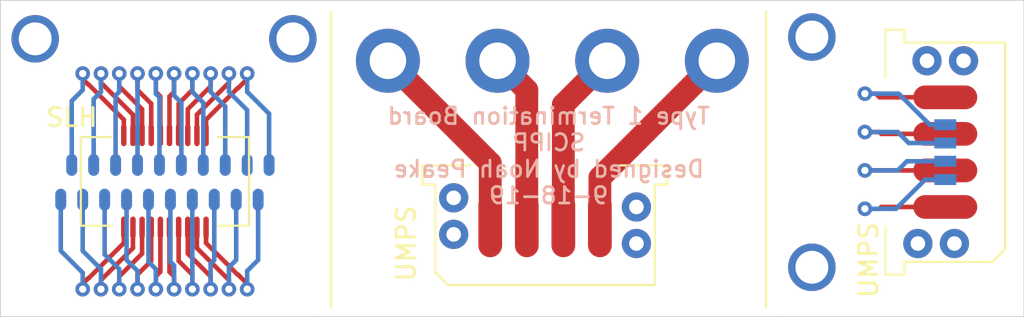
<source format=kicad_pcb>
(kicad_pcb (version 20171130) (host pcbnew "(5.1.2)-2")
  (layers (0 F.Cu signal) (31 B.Cu signal) (34 B.Paste user) (35 F.Paste user) (36 B.SilkS user) (37 F.SilkS user) (38 B.Mask user) (39 F.Mask user) (44 Edge.Cuts user))
  (net 0 "")
  (module SCIPP_Connectors:PEEK_screw (layer F.Cu) (at 145.3 86.4 90)
    (fp_text reference REF**)
    (fp_text value PEEK_screw)
    (pad 1 thru_hole circle (at 0 0 90) (size 2.6 2.6) (drill 1.8) (layers *.Cu *.Mask))
  )
  (module SCIPP_Connectors:PEEK_screw (layer F.Cu) (at 145.3 99 90)
    (fp_text reference REF**)
    (fp_text value PEEK_screw)
    (pad 1 thru_hole circle (at 0 0 90) (size 2.6 2.6) (drill 1.8) (layers *.Cu *.Mask))
  )
  (module SCIPP_Connectors:PEEK_screw (layer F.Cu) (at 116.9 86.5)
    (fp_text reference REF**)
    (fp_text value PEEK_screw)
    (pad 1 thru_hole circle (at 0 0) (size 2.6 2.6) (drill 1.8) (layers *.Cu *.Mask))
  )
  (module SCIPP_Connectors:PEEK_screw (layer F.Cu) (at 102.8 86.5)
    (fp_text reference REF**)
    (fp_text value PEEK_screw)
    (pad 1 thru_hole circle (at 0 0) (size 2.6 2.6) (drill 1.8) (layers *.Cu *.Mask))
  )
  (module SCIPP_Connectors:Pad_Array_2 (layer B.Cu) (at 110.2 93.4)
    (fp_text reference REF**)
    (fp_text value Pad_Array_2)
    (pad 10 smd oval (at 5.4 0 270) (size 1.2 0.6) (layers B.Cu B.Paste B.Mask))
    (pad 9 smd oval (at 4.2 0 270) (size 1.2 0.6) (layers B.Cu B.Paste B.Mask))
    (pad 8 smd oval (at 3 0 270) (size 1.2 0.6) (layers B.Cu B.Paste B.Mask))
    (pad 7 smd oval (at 1.8 0 270) (size 1.2 0.6) (layers B.Cu B.Paste B.Mask))
    (pad 6 smd oval (at 0.6 0 270) (size 1.2 0.6) (layers B.Cu B.Paste B.Mask))
    (pad 5 smd oval (at -0.6 0 270) (size 1.2 0.6) (layers B.Cu B.Paste B.Mask))
    (pad 4 smd oval (at -1.8 0 270) (size 1.2 0.6) (layers B.Cu B.Paste B.Mask))
    (pad 3 smd oval (at -3 0 270) (size 1.2 0.6) (layers B.Cu B.Paste B.Mask))
    (pad 2 smd oval (at -4.2 0 270) (size 1.2 0.6) (layers B.Cu B.Paste B.Mask))
    (pad 1 smd oval (at -5.4 0 270) (size 1.2 0.6) (layers B.Cu B.Paste B.Mask))
  )
  (module SCIPP_Connectors:Pad_Array_2 (layer B.Cu) (at 109.6 95.3)
    (fp_text reference REF**)
    (fp_text value Pad_Array_2)
    (pad 10 smd oval (at 5.4 0 270) (size 1.2 0.6) (layers B.Cu B.Paste B.Mask))
    (pad 9 smd oval (at 4.2 0 270) (size 1.2 0.6) (layers B.Cu B.Paste B.Mask))
    (pad 8 smd oval (at 3 0 270) (size 1.2 0.6) (layers B.Cu B.Paste B.Mask))
    (pad 7 smd oval (at 1.8 0 270) (size 1.2 0.6) (layers B.Cu B.Paste B.Mask))
    (pad 6 smd oval (at 0.6 0 270) (size 1.2 0.6) (layers B.Cu B.Paste B.Mask))
    (pad 5 smd oval (at -0.6 0 270) (size 1.2 0.6) (layers B.Cu B.Paste B.Mask))
    (pad 4 smd oval (at -1.8 0 270) (size 1.2 0.6) (layers B.Cu B.Paste B.Mask))
    (pad 3 smd oval (at -3 0 270) (size 1.2 0.6) (layers B.Cu B.Paste B.Mask))
    (pad 2 smd oval (at -4.2 0 270) (size 1.2 0.6) (layers B.Cu B.Paste B.Mask))
    (pad 1 smd oval (at -5.4 0 270) (size 1.2 0.6) (layers B.Cu B.Paste B.Mask))
  )
  (module SCIPP_Connectors:SLH (layer F.Cu) (at 109.9 94.3)
    (fp_text reference REF**)
    (fp_text value SLH (at -5.1 -3.5) (layer F.SilkS))
    (fp_line (start 4.6 -2.425) (end 4.6 2.4) (layer F.SilkS) (width 0.12))
    (fp_line (start 2.9 -2.425) (end 4.6 -2.425) (layer F.SilkS) (width 0.12))
    (fp_line (start 4.6 2.4) (end 4.6 2.425) (layer F.SilkS) (width 0.12))
    (fp_line (start 4.6 2.425) (end 2.9 2.425) (layer F.SilkS) (width 0.12))
    (fp_line (start -4.6 -2.425) (end -2.9 -2.425) (layer F.SilkS) (width 0.12))
    (fp_line (start -4.6 -2.4) (end -4.6 -2.425) (layer F.SilkS) (width 0.12))
    (fp_line (start -4.6 2.425) (end -4.6 -2.4) (layer F.SilkS) (width 0.12))
    (fp_line (start -2.9 2.425) (end -4.6 2.425) (layer F.SilkS) (width 0.12))
    (pad 20 smd oval (at 2.25 2.525) (size 0.3 1.2) (layers F.Cu F.Paste F.Mask))
    (pad 19 smd oval (at 1.75 2.525) (size 0.3 1.2) (layers F.Cu F.Paste F.Mask))
    (pad 18 smd oval (at 1.25 2.525) (size 0.3 1.2) (layers F.Cu F.Paste F.Mask))
    (pad 17 smd oval (at 0.75 2.525) (size 0.3 1.2) (layers F.Cu F.Paste F.Mask))
    (pad 16 smd oval (at 0.25 2.525) (size 0.3 1.2) (layers F.Cu F.Paste F.Mask))
    (pad 15 smd oval (at -0.25 2.525) (size 0.3 1.2) (layers F.Cu F.Paste F.Mask))
    (pad 14 smd oval (at -0.75 2.525) (size 0.3 1.2) (layers F.Cu F.Paste F.Mask))
    (pad 13 smd oval (at -1.25 2.525) (size 0.3 1.2) (layers F.Cu F.Paste F.Mask))
    (pad 12 smd oval (at -1.75 2.525) (size 0.3 1.2) (layers F.Cu F.Paste F.Mask))
    (pad 11 smd oval (at -2.25 2.525) (size 0.3 1.2) (layers F.Cu F.Paste F.Mask))
    (pad 10 smd oval (at 2.25 -2.525) (size 0.3 1.2) (layers F.Cu F.Paste F.Mask))
    (pad 9 smd oval (at 1.75 -2.525) (size 0.3 1.2) (layers F.Cu F.Paste F.Mask))
    (pad 8 smd oval (at 1.25 -2.525) (size 0.3 1.2) (layers F.Cu F.Paste F.Mask))
    (pad 7 smd oval (at 0.75 -2.525) (size 0.3 1.2) (layers F.Cu F.Paste F.Mask))
    (pad 6 smd oval (at 0.25 -2.525) (size 0.3 1.2) (layers F.Cu F.Paste F.Mask))
    (pad 5 smd oval (at -0.25 -2.525) (size 0.3 1.2) (layers F.Cu F.Paste F.Mask))
    (pad 4 smd oval (at -0.75 -2.525) (size 0.3 1.2) (layers F.Cu F.Paste F.Mask))
    (pad 3 smd oval (at -1.25 -2.525) (size 0.3 1.2) (layers F.Cu F.Paste F.Mask))
    (pad 2 smd oval (at -1.75 -2.525) (size 0.3 1.2) (layers F.Cu F.Paste F.Mask))
    (pad 1 smd oval (at -2.25 -2.525) (size 0.3 1.2) (layers F.Cu F.Paste F.Mask))
  )
  (module SCIPP_Connectors:Pad_Array_3 (layer B.Cu) (at 152.6 92.7 90)
    (fp_text reference REF**)
    (fp_text value Pad_Array_3)
    (pad 4 smd rect (at 1.5 0) (size 1.2 0.6) (layers B.Cu B.Paste B.Mask))
    (pad 3 smd rect (at 0.5 0) (size 1.2 0.6) (layers B.Cu B.Paste B.Mask))
    (pad 2 smd rect (at -0.5 0) (size 1.2 0.6) (layers B.Cu B.Paste B.Mask))
    (pad 1 smd rect (at -1.5 0) (size 1.2 0.6) (layers B.Cu B.Paste B.Mask))
  )
  (module SCIPP_Connectors:UMPS (layer F.Cu) (at 152.6 92.7 90)
    (fp_text reference REF**)
    (fp_text value UMPS (at -5.9 -4.2 90) (layer F.SilkS))
    (fp_line (start -6 -1.65) (end -6 2.575) (layer F.SilkS) (width 0.12))
    (fp_line (start -6 2.575) (end -5.3 3.275) (layer F.SilkS) (width 0.12))
    (fp_line (start -5.3 3.275) (end -4.275 3.275) (layer F.SilkS) (width 0.12))
    (fp_line (start -6 -1.65) (end -6 -2.225) (layer F.SilkS) (width 0.12))
    (fp_line (start -6 -2.225) (end -6.7 -2.225) (layer F.SilkS) (width 0.12))
    (fp_line (start -6.7 -2.225) (end -6.7 -3.275) (layer F.SilkS) (width 0.12))
    (fp_line (start 6.675 -3.275) (end 6.7 -3.275) (layer F.SilkS) (width 0.12))
    (fp_line (start 6.7 -3.275) (end 6.7 -2.25) (layer F.SilkS) (width 0.12))
    (fp_line (start 6.7 -2.25) (end 6.7 -2.225) (layer F.SilkS) (width 0.12))
    (fp_line (start 6.7 -2.225) (end 6.025 -2.225) (layer F.SilkS) (width 0.12))
    (fp_line (start 6.025 -2.225) (end 6 -2.225) (layer F.SilkS) (width 0.12))
    (fp_line (start 6 -2.225) (end 6 3.25) (layer F.SilkS) (width 0.12))
    (fp_line (start 6 3.25) (end 6 3.275) (layer F.SilkS) (width 0.12))
    (fp_line (start 6 3.275) (end -4.275 3.275) (layer F.SilkS) (width 0.12))
    (fp_line (start -6.7 -3.275) (end -4.075 -3.275) (layer F.SilkS) (width 0.12))
    (fp_line (start 6.675 -3.275) (end 4.075 -3.275) (layer F.SilkS) (width 0.12))
    (pad 1 smd oval (at -3 0 90) (size 1.3 3.5) (layers F.Cu F.Paste F.Mask))
    (pad 2 smd oval (at -1 0 90) (size 1.3 3.5) (layers F.Cu F.Paste F.Mask))
    (pad 3 smd oval (at 1 0 90) (size 1.3 3.5) (layers F.Cu F.Paste F.Mask))
    (pad 4 smd oval (at 3 0 90) (size 1.3 3.5) (layers F.Cu F.Paste F.Mask))
    (pad 7 thru_hole circle (at 5 -1 90) (size 1.6 1.6) (drill 0.8) (layers *.Cu *.Mask))
    (pad 8 thru_hole circle (at 5 1 90) (size 1.6 1.6) (drill 0.8) (layers *.Cu *.Mask))
    (pad 6 thru_hole circle (at -5 0.5 90) (size 1.6 1.6) (drill 0.8) (layers *.Cu *.Mask))
    (pad 5 thru_hole circle (at -5 -1.5 90) (size 1.6 1.6) (drill 0.8) (layers *.Cu *.Mask))
  )
  (module SCIPP_Connectors:UMPS (layer F.Cu) (at 130.7 96.7)
    (fp_text reference REF**)
    (fp_text value UMPS (at -7.6 1 90) (layer F.SilkS))
    (fp_line (start -6 -1.65) (end -6 2.575) (layer F.SilkS) (width 0.12))
    (fp_line (start -6 2.575) (end -5.3 3.275) (layer F.SilkS) (width 0.12))
    (fp_line (start -5.3 3.275) (end -4.275 3.275) (layer F.SilkS) (width 0.12))
    (fp_line (start -6 -1.65) (end -6 -2.225) (layer F.SilkS) (width 0.12))
    (fp_line (start -6 -2.225) (end -6.7 -2.225) (layer F.SilkS) (width 0.12))
    (fp_line (start -6.7 -2.225) (end -6.7 -3.275) (layer F.SilkS) (width 0.12))
    (fp_line (start 6.675 -3.275) (end 6.7 -3.275) (layer F.SilkS) (width 0.12))
    (fp_line (start 6.7 -3.275) (end 6.7 -2.25) (layer F.SilkS) (width 0.12))
    (fp_line (start 6.7 -2.25) (end 6.7 -2.225) (layer F.SilkS) (width 0.12))
    (fp_line (start 6.7 -2.225) (end 6.025 -2.225) (layer F.SilkS) (width 0.12))
    (fp_line (start 6.025 -2.225) (end 6 -2.225) (layer F.SilkS) (width 0.12))
    (fp_line (start 6 -2.225) (end 6 3.25) (layer F.SilkS) (width 0.12))
    (fp_line (start 6 3.25) (end 6 3.275) (layer F.SilkS) (width 0.12))
    (fp_line (start 6 3.275) (end -4.275 3.275) (layer F.SilkS) (width 0.12))
    (fp_line (start -6.7 -3.275) (end -4.075 -3.275) (layer F.SilkS) (width 0.12))
    (fp_line (start 6.675 -3.275) (end 4.075 -3.275) (layer F.SilkS) (width 0.12))
    (pad 1 smd oval (at -3 0) (size 1.3 3.5) (layers F.Cu F.Paste F.Mask))
    (pad 2 smd oval (at -1 0) (size 1.3 3.5) (layers F.Cu F.Paste F.Mask))
    (pad 3 smd oval (at 1 0) (size 1.3 3.5) (layers F.Cu F.Paste F.Mask))
    (pad 4 smd oval (at 3 0) (size 1.3 3.5) (layers F.Cu F.Paste F.Mask))
    (pad 7 thru_hole circle (at 5 -1) (size 1.6 1.6) (drill 0.8) (layers *.Cu *.Mask))
    (pad 8 thru_hole circle (at 5 1) (size 1.6 1.6) (drill 0.8) (layers *.Cu *.Mask))
    (pad 6 thru_hole circle (at -5 0.5) (size 1.6 1.6) (drill 0.8) (layers *.Cu *.Mask))
    (pad 5 thru_hole circle (at -5 -1.5) (size 1.6 1.6) (drill 0.8) (layers *.Cu *.Mask))
  )
  (module SCIPP_Connectors:14AWG_THT (layer F.Cu) (at 128.1 87.7)
    (fp_text reference REF**)
    (fp_text value 14AWG_THT)
    (pad 1 thru_hole circle (at 0 0) (size 3.5 3.5) (drill 2) (layers *.Cu *.Mask))
  )
  (module SCIPP_Connectors:14AWG_THT (layer F.Cu) (at 140.1 87.7)
    (fp_text reference REF**)
    (fp_text value 14AWG_THT)
    (pad 1 thru_hole circle (at 0 0) (size 3.5 3.5) (drill 2) (layers *.Cu *.Mask))
  )
  (module SCIPP_Connectors:14AWG_THT (layer F.Cu) (at 134.1 87.7)
    (fp_text reference REF**)
    (fp_text value 14AWG_THT)
    (pad 1 thru_hole circle (at 0 0) (size 3.5 3.5) (drill 2) (layers *.Cu *.Mask))
  )
  (module SCIPP_Connectors:14AWG_THT (layer F.Cu) (at 122.1 87.7)
    (fp_text reference REF**)
    (fp_text value 14AWG_THT)
    (pad 1 thru_hole circle (at 0 0) (size 3.5 3.5) (drill 2) (layers *.Cu *.Mask))
  )
  (gr_text "Type 1 Termination Board\nSCIPP\nDesigned by Noah Peake\n9-18-19" (at 130.9 92.9) (layer B.SilkS) (effects (font (size 0.9 0.9)) (justify mirror)))
  (gr_line (start 142.8 85) (end 142.8 101.2) (layer F.SilkS) (width 0.12))
  (gr_line (start 119 85) (end 119 101.2) (layer F.SilkS) (width 0.12))
  (gr_line (start 156.9 84.4) (end 156.9 101.7) (layer Edge.Cuts) (width 0.05))
  (gr_line (start 156.9 101.7) (end 143.4 101.7) (layer Edge.Cuts) (width 0.05))
  (gr_line (start 143.4 84.4) (end 156.9 84.4) (layer Edge.Cuts) (width 0.05))
  (gr_line (start 143.4 101.7) (end 118.3 101.7) (layer Edge.Cuts) (width 0.05))
  (gr_line (start 118.3 84.4) (end 143.4 84.4) (layer Edge.Cuts) (width 0.05))
  (gr_line (start 118.3 101.7) (end 100.9 101.7) (layer Edge.Cuts) (width 0.05))
  (gr_line (start 100.9 84.4) (end 118.3 84.4) (layer Edge.Cuts) (width 0.05))
  (gr_line (start 100.9 101.7) (end 100.9 84.4) (layer Edge.Cuts) (width 0.05))
  (segment (start 127.7 93.3) (end 122.1 87.7) (width 1.25) (layer F.Cu) (net 0))
  (segment (start 127.7 96.7) (end 127.7 93.3) (width 1.25) (layer F.Cu) (net 0))
  (segment (start 129.7 89.3) (end 128.1 87.7) (width 1.25) (layer F.Cu) (net 0))
  (segment (start 129.7 96.7) (end 129.7 89.3) (width 1.25) (layer F.Cu) (net 0))
  (segment (start 131.7 90.1) (end 134.1 87.7) (width 1.25) (layer F.Cu) (net 0))
  (segment (start 131.7 96.7) (end 131.7 90.1) (width 1.25) (layer F.Cu) (net 0))
  (segment (start 133.7 94.1) (end 140.1 87.7) (width 1.25) (layer F.Cu) (net 0))
  (segment (start 133.7 96.7) (end 133.7 94.1) (width 1.25) (layer F.Cu) (net 0))
  (via (at 148.2 95.8) (size 0.8) (drill 0.4) (layers F.Cu B.Cu) (net 0))
  (via (at 148.2 93.7) (size 0.8) (drill 0.4) (layers F.Cu B.Cu) (net 0))
  (via (at 148.2 91.6) (size 0.8) (drill 0.4) (layers F.Cu B.Cu) (net 0))
  (via (at 148.2 89.5) (size 0.8) (drill 0.4) (layers F.Cu B.Cu) (net 0))
  (segment (start 152.6 94.2) (end 151.5 94.2) (width 0.25) (layer B.Cu) (net 0))
  (segment (start 149.9 95.8) (end 148.2 95.8) (width 0.25) (layer B.Cu) (net 0))
  (segment (start 151.5 94.2) (end 149.9 95.8) (width 0.25) (layer B.Cu) (net 0))
  (segment (start 152.6 93.2) (end 150.5 93.2) (width 0.25) (layer B.Cu) (net 0))
  (segment (start 150 93.7) (end 148.2 93.7) (width 0.25) (layer B.Cu) (net 0))
  (segment (start 150.5 93.2) (end 150 93.7) (width 0.25) (layer B.Cu) (net 0))
  (segment (start 152.6 92.2) (end 150.6 92.2) (width 0.25) (layer B.Cu) (net 0))
  (segment (start 150 91.6) (end 148.2 91.6) (width 0.25) (layer B.Cu) (net 0))
  (segment (start 150.6 92.2) (end 150 91.6) (width 0.25) (layer B.Cu) (net 0))
  (segment (start 151.75 91.2) (end 150.05 89.5) (width 0.25) (layer B.Cu) (net 0))
  (segment (start 152.6 91.2) (end 151.75 91.2) (width 0.25) (layer B.Cu) (net 0))
  (segment (start 150.05 89.5) (end 148.2 89.5) (width 0.25) (layer B.Cu) (net 0))
  (segment (start 152.6 95.7) (end 149.1 95.7) (width 0.25) (layer F.Cu) (net 0))
  (segment (start 149 95.8) (end 148.2 95.8) (width 0.25) (layer F.Cu) (net 0))
  (segment (start 149.1 95.7) (end 149 95.8) (width 0.25) (layer F.Cu) (net 0))
  (segment (start 150.6 93.7) (end 148.2 93.7) (width 0.25) (layer F.Cu) (net 0))
  (segment (start 152.6 93.7) (end 150.6 93.7) (width 0.25) (layer F.Cu) (net 0))
  (segment (start 152.6 91.7) (end 149.1 91.7) (width 0.25) (layer F.Cu) (net 0))
  (segment (start 149 91.6) (end 148.2 91.6) (width 0.25) (layer F.Cu) (net 0))
  (segment (start 149.1 91.7) (end 149 91.6) (width 0.25) (layer F.Cu) (net 0))
  (segment (start 152.6 89.7) (end 149 89.7) (width 0.25) (layer F.Cu) (net 0))
  (segment (start 148.8 89.5) (end 148.2 89.5) (width 0.25) (layer F.Cu) (net 0))
  (segment (start 149 89.7) (end 148.8 89.5) (width 0.25) (layer F.Cu) (net 0))
  (via (at 109.4 88.4) (size 0.8) (drill 0.4) (layers F.Cu B.Cu) (net 0))
  (via (at 110.4 88.4) (size 0.8) (drill 0.4) (layers F.Cu B.Cu) (net 0))
  (via (at 107.4 88.4) (size 0.8) (drill 0.4) (layers F.Cu B.Cu) (net 0))
  (via (at 108.4 88.4) (size 0.8) (drill 0.4) (layers F.Cu B.Cu) (net 0))
  (via (at 111.4 88.4) (size 0.8) (drill 0.4) (layers F.Cu B.Cu) (net 0))
  (via (at 112.4 88.4) (size 0.8) (drill 0.4) (layers F.Cu B.Cu) (net 0))
  (via (at 105.4 88.4) (size 0.8) (drill 0.4) (layers F.Cu B.Cu) (net 0))
  (via (at 106.4 88.4) (size 0.8) (drill 0.4) (layers F.Cu B.Cu) (net 0))
  (via (at 113.4 88.4) (size 0.8) (drill 0.4) (layers F.Cu B.Cu) (net 0))
  (via (at 114.4 88.4) (size 0.8) (drill 0.4) (layers F.Cu B.Cu) (net 0))
  (via (at 113.4 100.2) (size 0.8) (drill 0.4) (layers F.Cu B.Cu) (net 0))
  (via (at 114.4 100.2) (size 0.8) (drill 0.4) (layers F.Cu B.Cu) (net 0))
  (via (at 107.4 100.2) (size 0.8) (drill 0.4) (layers F.Cu B.Cu) (net 0))
  (via (at 108.4 100.2) (size 0.8) (drill 0.4) (layers F.Cu B.Cu) (net 0))
  (via (at 109.4 100.2) (size 0.8) (drill 0.4) (layers F.Cu B.Cu) (net 0))
  (via (at 105.4 100.2) (size 0.8) (drill 0.4) (layers F.Cu B.Cu) (net 0))
  (via (at 111.4 100.2) (size 0.8) (drill 0.4) (layers F.Cu B.Cu) (net 0))
  (via (at 112.4 100.2) (size 0.8) (drill 0.4) (layers F.Cu B.Cu) (net 0))
  (via (at 110.4 100.2) (size 0.8) (drill 0.4) (layers F.Cu B.Cu) (net 0))
  (via (at 106.4 100.2) (size 0.8) (drill 0.4) (layers F.Cu B.Cu) (net 0))
  (segment (start 105.4 88.7) (end 105.4 88.4) (width 0.25) (layer F.Cu) (net 0))
  (segment (start 105.7 89) (end 105.4 88.7) (width 0.25) (layer F.Cu) (net 0))
  (segment (start 105.725 89) (end 105.7 89) (width 0.25) (layer F.Cu) (net 0))
  (segment (start 107.65 91.775) (end 107.65 90.925) (width 0.25) (layer F.Cu) (net 0))
  (segment (start 107.65 90.925) (end 105.725 89) (width 0.25) (layer F.Cu) (net 0))
  (segment (start 108.15 91.775) (end 108.15 90.65) (width 0.25) (layer F.Cu) (net 0))
  (segment (start 108.15 90.65) (end 106.5 89) (width 0.25) (layer F.Cu) (net 0))
  (segment (start 106.434315 89) (end 106.4 88.965685) (width 0.25) (layer F.Cu) (net 0))
  (segment (start 106.5 89) (end 106.434315 89) (width 0.25) (layer F.Cu) (net 0))
  (segment (start 106.4 88.965685) (end 106.4 88.4) (width 0.25) (layer F.Cu) (net 0))
  (segment (start 108.65 91.775) (end 108.65 90.35) (width 0.25) (layer F.Cu) (net 0))
  (segment (start 108.65 90.35) (end 107.4 89.1) (width 0.25) (layer F.Cu) (net 0))
  (segment (start 107.4 89.1) (end 107.4 88.4) (width 0.25) (layer F.Cu) (net 0))
  (segment (start 109.15 91.775) (end 109.15 90.05) (width 0.25) (layer F.Cu) (net 0))
  (segment (start 108.4 89.3) (end 108.4 88.4) (width 0.25) (layer F.Cu) (net 0))
  (segment (start 109.15 90.05) (end 108.4 89.3) (width 0.25) (layer F.Cu) (net 0))
  (segment (start 109.65 91.775) (end 109.65 89.65) (width 0.25) (layer F.Cu) (net 0))
  (segment (start 109.4 89.4) (end 109.4 88.4) (width 0.25) (layer F.Cu) (net 0))
  (segment (start 109.65 89.65) (end 109.4 89.4) (width 0.25) (layer F.Cu) (net 0))
  (segment (start 110.15 91.775) (end 110.15 89.65) (width 0.25) (layer F.Cu) (net 0))
  (segment (start 110.4 89.4) (end 110.4 88.4) (width 0.25) (layer F.Cu) (net 0))
  (segment (start 110.15 89.65) (end 110.4 89.4) (width 0.25) (layer F.Cu) (net 0))
  (segment (start 110.65 91.775) (end 110.65 90.05) (width 0.25) (layer F.Cu) (net 0))
  (segment (start 111.4 89.3) (end 111.4 88.4) (width 0.25) (layer F.Cu) (net 0))
  (segment (start 110.65 90.05) (end 111.4 89.3) (width 0.25) (layer F.Cu) (net 0))
  (segment (start 111.15 91.775) (end 111.15 90.35) (width 0.25) (layer F.Cu) (net 0))
  (segment (start 112.4 89.1) (end 112.4 88.4) (width 0.25) (layer F.Cu) (net 0))
  (segment (start 111.15 90.35) (end 112.4 89.1) (width 0.25) (layer F.Cu) (net 0))
  (segment (start 111.65 91.775) (end 111.65 90.65) (width 0.25) (layer F.Cu) (net 0))
  (segment (start 111.65 90.65) (end 113.4 88.9) (width 0.25) (layer F.Cu) (net 0))
  (segment (start 113.4 88.9) (end 113.4 88.4) (width 0.25) (layer F.Cu) (net 0))
  (segment (start 114.4 88.7) (end 114.4 88.4) (width 0.25) (layer F.Cu) (net 0))
  (segment (start 113.9 89.2) (end 114.4 88.7) (width 0.25) (layer F.Cu) (net 0))
  (segment (start 113.875 89.2) (end 113.9 89.2) (width 0.25) (layer F.Cu) (net 0))
  (segment (start 112.15 91.775) (end 112.15 90.925) (width 0.25) (layer F.Cu) (net 0))
  (segment (start 112.15 90.925) (end 113.875 89.2) (width 0.25) (layer F.Cu) (net 0))
  (segment (start 105.4 99.9) (end 105.4 100.2) (width 0.25) (layer F.Cu) (net 0))
  (segment (start 105.7 99.6) (end 105.4 99.9) (width 0.25) (layer F.Cu) (net 0))
  (segment (start 105.725 99.6) (end 105.7 99.6) (width 0.25) (layer F.Cu) (net 0))
  (segment (start 107.65 96.825) (end 107.65 97.675) (width 0.25) (layer F.Cu) (net 0))
  (segment (start 107.65 97.675) (end 105.725 99.6) (width 0.25) (layer F.Cu) (net 0))
  (segment (start 108.15 96.825) (end 108.15 97.95) (width 0.25) (layer F.Cu) (net 0))
  (segment (start 108.15 97.95) (end 106.4 99.7) (width 0.25) (layer F.Cu) (net 0))
  (segment (start 106.4 99.7) (end 106.4 100.2) (width 0.25) (layer F.Cu) (net 0))
  (segment (start 108.65 96.825) (end 108.65 98.25) (width 0.25) (layer F.Cu) (net 0))
  (segment (start 108.65 98.25) (end 107.4 99.5) (width 0.25) (layer F.Cu) (net 0))
  (segment (start 107.4 99.5) (end 107.4 100.2) (width 0.25) (layer F.Cu) (net 0))
  (segment (start 109.15 96.825) (end 109.15 98.65) (width 0.25) (layer F.Cu) (net 0))
  (segment (start 109.15 98.65) (end 108.4 99.4) (width 0.25) (layer F.Cu) (net 0))
  (segment (start 108.4 99.4) (end 108.4 100.2) (width 0.25) (layer F.Cu) (net 0))
  (segment (start 109.65 96.825) (end 109.65 99.25) (width 0.25) (layer F.Cu) (net 0))
  (segment (start 109.4 99.5) (end 109.4 100.2) (width 0.25) (layer F.Cu) (net 0))
  (segment (start 109.65 99.25) (end 109.4 99.5) (width 0.25) (layer F.Cu) (net 0))
  (segment (start 110.15 96.825) (end 110.15 99.25) (width 0.25) (layer F.Cu) (net 0))
  (segment (start 110.4 99.5) (end 110.4 100.2) (width 0.25) (layer F.Cu) (net 0))
  (segment (start 110.15 99.25) (end 110.4 99.5) (width 0.25) (layer F.Cu) (net 0))
  (segment (start 110.65 96.825) (end 110.65 98.65) (width 0.25) (layer F.Cu) (net 0))
  (segment (start 111.4 99.4) (end 111.4 100.2) (width 0.25) (layer F.Cu) (net 0))
  (segment (start 110.65 98.65) (end 111.4 99.4) (width 0.25) (layer F.Cu) (net 0))
  (segment (start 111.15 96.825) (end 111.15 98.25) (width 0.25) (layer F.Cu) (net 0))
  (segment (start 112.4 99.5) (end 112.4 100.2) (width 0.25) (layer F.Cu) (net 0))
  (segment (start 111.15 98.25) (end 112.4 99.5) (width 0.25) (layer F.Cu) (net 0))
  (segment (start 111.65 96.825) (end 111.65 97.95) (width 0.25) (layer F.Cu) (net 0))
  (segment (start 111.65 97.95) (end 113.4 99.7) (width 0.25) (layer F.Cu) (net 0))
  (segment (start 113.4 99.7) (end 113.4 100.2) (width 0.25) (layer F.Cu) (net 0))
  (segment (start 114.4 99.9) (end 114.4 100.2) (width 0.25) (layer F.Cu) (net 0))
  (segment (start 113.9 99.4) (end 114.4 99.9) (width 0.25) (layer F.Cu) (net 0))
  (segment (start 113.875 99.4) (end 113.9 99.4) (width 0.25) (layer F.Cu) (net 0))
  (segment (start 112.15 96.825) (end 112.15 97.675) (width 0.25) (layer F.Cu) (net 0))
  (segment (start 112.15 97.675) (end 113.875 99.4) (width 0.25) (layer F.Cu) (net 0))
  (segment (start 109.6 93.4) (end 109.6 89.7) (width 0.25) (layer B.Cu) (net 0))
  (segment (start 109.4 89.5) (end 109.4 88.4) (width 0.25) (layer B.Cu) (net 0))
  (segment (start 109.6 89.7) (end 109.4 89.5) (width 0.25) (layer B.Cu) (net 0))
  (segment (start 110.8 93.4) (end 110.8 90) (width 0.25) (layer B.Cu) (net 0))
  (segment (start 110.4 89.6) (end 110.4 88.4) (width 0.25) (layer B.Cu) (net 0))
  (segment (start 110.8 90) (end 110.4 89.6) (width 0.25) (layer B.Cu) (net 0))
  (segment (start 112 93.4) (end 112 90) (width 0.25) (layer B.Cu) (net 0))
  (segment (start 111.4 89.4) (end 111.4 88.4) (width 0.25) (layer B.Cu) (net 0))
  (segment (start 112 90) (end 111.4 89.4) (width 0.25) (layer B.Cu) (net 0))
  (segment (start 113.2 93.4) (end 113.2 90.2) (width 0.25) (layer B.Cu) (net 0))
  (segment (start 112.4 89.4) (end 112.4 88.4) (width 0.25) (layer B.Cu) (net 0))
  (segment (start 113.2 90.2) (end 112.4 89.4) (width 0.25) (layer B.Cu) (net 0))
  (segment (start 114.4 93.4) (end 114.4 90.4) (width 0.25) (layer B.Cu) (net 0))
  (segment (start 113.4 89.4) (end 113.4 88.4) (width 0.25) (layer B.Cu) (net 0))
  (segment (start 114.4 90.4) (end 113.4 89.4) (width 0.25) (layer B.Cu) (net 0))
  (segment (start 114.4 89.4) (end 114.4 88.4) (width 0.25) (layer B.Cu) (net 0))
  (segment (start 115.6 93.4) (end 115.6 90.6) (width 0.25) (layer B.Cu) (net 0))
  (segment (start 115.6 90.6) (end 114.4 89.4) (width 0.25) (layer B.Cu) (net 0))
  (segment (start 108.4 93.4) (end 108.4 88.4) (width 0.25) (layer B.Cu) (net 0))
  (segment (start 107.2 93.4) (end 107.2 89.6) (width 0.25) (layer B.Cu) (net 0))
  (segment (start 107.4 89.4) (end 107.4 88.4) (width 0.25) (layer B.Cu) (net 0))
  (segment (start 107.2 89.6) (end 107.4 89.4) (width 0.25) (layer B.Cu) (net 0))
  (segment (start 106 93.4) (end 106 89.8) (width 0.25) (layer B.Cu) (net 0))
  (segment (start 106.4 89.4) (end 106.4 88.4) (width 0.25) (layer B.Cu) (net 0))
  (segment (start 106 89.8) (end 106.4 89.4) (width 0.25) (layer B.Cu) (net 0))
  (segment (start 104.8 93.4) (end 104.8 89.9) (width 0.25) (layer B.Cu) (net 0))
  (segment (start 105.4 89.3) (end 105.4 88.4) (width 0.25) (layer B.Cu) (net 0))
  (segment (start 104.8 89.9) (end 105.4 89.3) (width 0.25) (layer B.Cu) (net 0))
  (segment (start 109 95.3) (end 109 98.7) (width 0.25) (layer B.Cu) (net 0))
  (segment (start 109.4 99.1) (end 109.4 100.2) (width 0.25) (layer B.Cu) (net 0))
  (segment (start 109 98.7) (end 109.4 99.1) (width 0.25) (layer B.Cu) (net 0))
  (segment (start 110.2 95.3) (end 110.2 98.7) (width 0.25) (layer B.Cu) (net 0))
  (segment (start 110.4 98.9) (end 110.4 100.2) (width 0.25) (layer B.Cu) (net 0))
  (segment (start 110.2 98.7) (end 110.4 98.9) (width 0.25) (layer B.Cu) (net 0))
  (segment (start 111.4 95.3) (end 111.4 100.2) (width 0.25) (layer B.Cu) (net 0))
  (segment (start 112.6 95.3) (end 112.6 98.6) (width 0.25) (layer B.Cu) (net 0))
  (segment (start 112.4 98.8) (end 112.4 100.2) (width 0.25) (layer B.Cu) (net 0))
  (segment (start 112.6 98.6) (end 112.4 98.8) (width 0.25) (layer B.Cu) (net 0))
  (segment (start 113.8 95.3) (end 113.8 98.6) (width 0.25) (layer B.Cu) (net 0))
  (segment (start 113.4 99) (end 113.4 100.2) (width 0.25) (layer B.Cu) (net 0))
  (segment (start 113.8 98.6) (end 113.4 99) (width 0.25) (layer B.Cu) (net 0))
  (segment (start 115 95.3) (end 115 98.6) (width 0.25) (layer B.Cu) (net 0))
  (segment (start 114.4 99.2) (end 114.4 100.2) (width 0.25) (layer B.Cu) (net 0))
  (segment (start 115 98.6) (end 114.4 99.2) (width 0.25) (layer B.Cu) (net 0))
  (segment (start 107.8 95.3) (end 107.8 98.6) (width 0.25) (layer B.Cu) (net 0))
  (segment (start 108.4 99.2) (end 108.4 100.2) (width 0.25) (layer B.Cu) (net 0))
  (segment (start 107.8 98.6) (end 108.4 99.2) (width 0.25) (layer B.Cu) (net 0))
  (segment (start 106.6 95.3) (end 106.6 98.3) (width 0.25) (layer B.Cu) (net 0))
  (segment (start 107.4 99.1) (end 107.4 100.2) (width 0.25) (layer B.Cu) (net 0))
  (segment (start 106.6 98.3) (end 107.4 99.1) (width 0.25) (layer B.Cu) (net 0))
  (segment (start 105.4 95.3) (end 105.4 98.1) (width 0.25) (layer B.Cu) (net 0))
  (segment (start 106.4 99.1) (end 106.4 100.2) (width 0.25) (layer B.Cu) (net 0))
  (segment (start 105.4 98.1) (end 106.4 99.1) (width 0.25) (layer B.Cu) (net 0))
  (segment (start 104.2 95.3) (end 104.2 98.1) (width 0.25) (layer B.Cu) (net 0))
  (segment (start 105.4 99.3) (end 105.4 100.2) (width 0.25) (layer B.Cu) (net 0))
  (segment (start 104.2 98.1) (end 105.4 99.3) (width 0.25) (layer B.Cu) (net 0))
)
</source>
